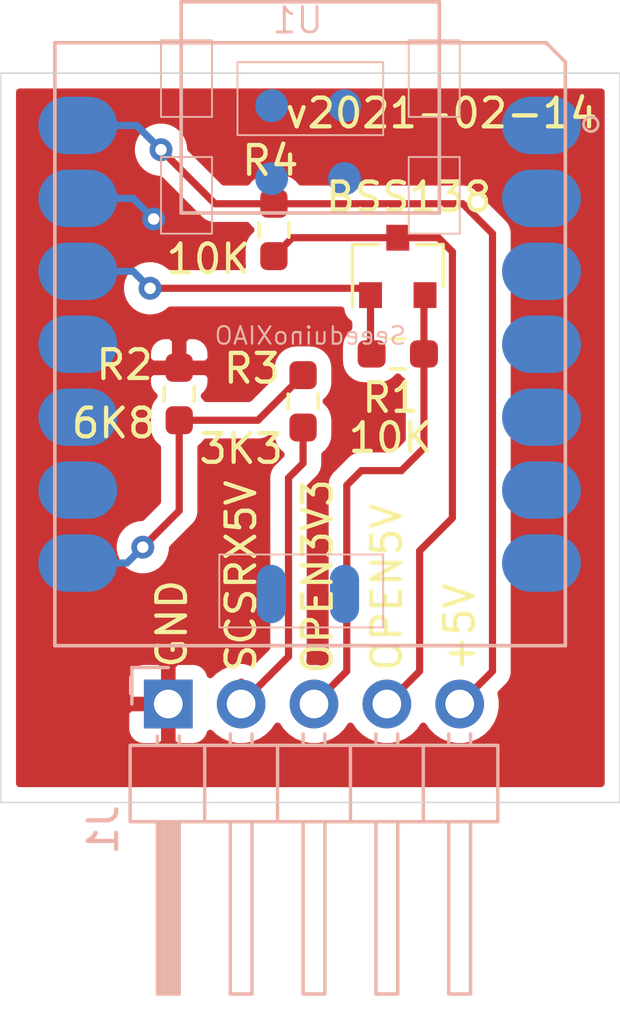
<source format=kicad_pcb>
(kicad_pcb (version 20171130) (host pcbnew 5.1.9)
  (layers (0 F.Cu signal) (31 B.Cu signal) (34 B.Paste user) (35 F.Paste user) (36 B.SilkS user) (37 F.SilkS user) (38 B.Mask user) (39 F.Mask user) (44 Edge.Cuts user))
  (net 0 "")
  (net 1 /BTICINO_DOOROPEN)
  (net 2 /DOOROPEN)
  (net 3 +3V3)
  (net 4 "Net-(U1-Pad20)")
  (net 5 "Net-(U1-Pad19)")
  (net 6 "Net-(U1-Pad18)")
  (net 7 "Net-(U1-Pad17)")
  (net 8 GND)
  (net 9 +5V)
  (net 10 "Net-(U1-Pad1)")
  (net 11 "Net-(U1-Pad2)")
  (net 12 "Net-(U1-Pad3)")
  (net 13 "Net-(U1-Pad4)")
  (net 14 "Net-(U1-Pad5)")
  (net 15 "Net-(U1-Pad6)")
  (net 16 "Net-(U1-Pad7)")
  (net 17 /SCSRX_3V3)
  (net 18 /SCSRX_UART)
  (net 19 "Net-(U1-Pad10)")
  (net 20 "Net-(U1-Pad11)")
  (net 21 /BTICINO_SCSRX_5V)
  (net 22 "Net-(U1-Pad15)")
  (net 23 "Net-(U1-Pad16)")
  (module Connector_PinHeader_2.54mm:PinHeader_1x05_P2.54mm_Horizontal (layer B.Cu) (at 150.622 81.661 270)
    (fp_text reference J1 (at 4.385 2.27 90) (layer B.SilkS) (effects (justify mirror)))
    (fp_text value Conn_01x05_Male)
    (fp_line (start 1.44 1.33) (end 1.44 -11.49) (layer B.SilkS) (width 0.12))
    (fp_line (start 1.44 -11.49) (end 4.1 -11.49) (layer B.SilkS) (width 0.12))
    (fp_line (start 4.1 -11.49) (end 4.1 1.33) (layer B.SilkS) (width 0.12))
    (fp_line (start 4.1 1.33) (end 1.44 1.33) (layer B.SilkS) (width 0.12))
    (fp_line (start 4.1 0.38) (end 10.1 0.38) (layer B.SilkS) (width 0.12))
    (fp_line (start 10.1 0.38) (end 10.1 -0.38) (layer B.SilkS) (width 0.12))
    (fp_line (start 10.1 -0.38) (end 4.1 -0.38) (layer B.SilkS) (width 0.12))
    (fp_line (start 4.1 0.32) (end 10.1 0.32) (layer B.SilkS) (width 0.12))
    (fp_line (start 4.1 0.2) (end 10.1 0.2) (layer B.SilkS) (width 0.12))
    (fp_line (start 4.1 0.08) (end 10.1 0.08) (layer B.SilkS) (width 0.12))
    (fp_line (start 4.1 -0.04) (end 10.1 -0.04) (layer B.SilkS) (width 0.12))
    (fp_line (start 4.1 -0.16) (end 10.1 -0.16) (layer B.SilkS) (width 0.12))
    (fp_line (start 4.1 -0.28) (end 10.1 -0.28) (layer B.SilkS) (width 0.12))
    (fp_line (start 1.11 0.38) (end 1.44 0.38) (layer B.SilkS) (width 0.12))
    (fp_line (start 1.11 -0.38) (end 1.44 -0.38) (layer B.SilkS) (width 0.12))
    (fp_line (start 1.44 -1.27) (end 4.1 -1.27) (layer B.SilkS) (width 0.12))
    (fp_line (start 4.1 -2.16) (end 10.1 -2.16) (layer B.SilkS) (width 0.12))
    (fp_line (start 10.1 -2.16) (end 10.1 -2.92) (layer B.SilkS) (width 0.12))
    (fp_line (start 10.1 -2.92) (end 4.1 -2.92) (layer B.SilkS) (width 0.12))
    (fp_line (start 1.042929 -2.16) (end 1.44 -2.16) (layer B.SilkS) (width 0.12))
    (fp_line (start 1.042929 -2.92) (end 1.44 -2.92) (layer B.SilkS) (width 0.12))
    (fp_line (start 1.44 -3.81) (end 4.1 -3.81) (layer B.SilkS) (width 0.12))
    (fp_line (start 4.1 -4.7) (end 10.1 -4.7) (layer B.SilkS) (width 0.12))
    (fp_line (start 10.1 -4.7) (end 10.1 -5.46) (layer B.SilkS) (width 0.12))
    (fp_line (start 10.1 -5.46) (end 4.1 -5.46) (layer B.SilkS) (width 0.12))
    (fp_line (start 1.042929 -4.7) (end 1.44 -4.7) (layer B.SilkS) (width 0.12))
    (fp_line (start 1.042929 -5.46) (end 1.44 -5.46) (layer B.SilkS) (width 0.12))
    (fp_line (start 1.44 -6.35) (end 4.1 -6.35) (layer B.SilkS) (width 0.12))
    (fp_line (start 4.1 -7.24) (end 10.1 -7.24) (layer B.SilkS) (width 0.12))
    (fp_line (start 10.1 -7.24) (end 10.1 -8) (layer B.SilkS) (width 0.12))
    (fp_line (start 10.1 -8) (end 4.1 -8) (layer B.SilkS) (width 0.12))
    (fp_line (start 1.042929 -7.24) (end 1.44 -7.24) (layer B.SilkS) (width 0.12))
    (fp_line (start 1.042929 -8) (end 1.44 -8) (layer B.SilkS) (width 0.12))
    (fp_line (start 1.44 -8.89) (end 4.1 -8.89) (layer B.SilkS) (width 0.12))
    (fp_line (start 4.1 -9.78) (end 10.1 -9.78) (layer B.SilkS) (width 0.12))
    (fp_line (start 10.1 -9.78) (end 10.1 -10.54) (layer B.SilkS) (width 0.12))
    (fp_line (start 10.1 -10.54) (end 4.1 -10.54) (layer B.SilkS) (width 0.12))
    (fp_line (start 1.042929 -9.78) (end 1.44 -9.78) (layer B.SilkS) (width 0.12))
    (fp_line (start 1.042929 -10.54) (end 1.44 -10.54) (layer B.SilkS) (width 0.12))
    (fp_line (start -1.27 0) (end -1.27 1.27) (layer B.SilkS) (width 0.12))
    (fp_line (start -1.27 1.27) (end 0 1.27) (layer B.SilkS) (width 0.12))
    (pad 5 thru_hole oval (at 0 -10.16 270) (size 1.7 1.7) (drill 1) (layers *.Cu *.Mask) (net 9 +5V))
    (pad 4 thru_hole oval (at 0 -7.62 270) (size 1.7 1.7) (drill 1) (layers *.Cu *.Mask) (net 1 /BTICINO_DOOROPEN))
    (pad 3 thru_hole oval (at 0 -5.08 270) (size 1.7 1.7) (drill 1) (layers *.Cu *.Mask) (net 2 /DOOROPEN))
    (pad 2 thru_hole oval (at 0 -2.54 270) (size 1.7 1.7) (drill 1) (layers *.Cu *.Mask) (net 21 /BTICINO_SCSRX_5V))
    (pad 1 thru_hole rect (at 0 0 270) (size 1.7 1.7) (drill 1) (layers *.Cu *.Mask) (net 8 GND))
  )
  (module "xiao:Seeeduino XIAO-MOUDLE14P-2.54-21X17.8MM" (layer B.Cu) (at 164.465 79.629 180)
    (fp_text reference U1 (at 9.3345 21.7805) (layer B.SilkS) (effects (font (size 0.889 0.889) (thickness 0.1016)) (justify mirror)))
    (fp_text value SeeeduinoXIAO (at 8.89 10.795) (layer B.SilkS) (effects (font (size 0.6096 0.6096) (thickness 0.0762)) (justify mirror)))
    (fp_circle (center -0.889 18.161) (end -0.889 18.415) (layer B.SilkS) (width 0.1))
    (fp_line (start 4.3942 15.06982) (end 4.3942 22.42312) (layer B.SilkS) (width 0.127))
    (fp_line (start 13.39342 15.06982) (end 4.3942 15.06982) (layer B.SilkS) (width 0.127))
    (fp_line (start 13.39342 22.42312) (end 13.39342 15.06982) (layer B.SilkS) (width 0.127))
    (fp_line (start 4.39928 22.42312) (end 13.39342 22.42312) (layer B.SilkS) (width 0.127))
    (fp_line (start 0 20.32762) (end 0 0) (layer B.SilkS) (width 0.127))
    (fp_line (start 0.67056 20.99818) (end 0 20.32762) (layer B.SilkS) (width 0.127))
    (fp_line (start 17.79778 20.99818) (end 0.67056 20.99818) (layer B.SilkS) (width 0.127))
    (fp_line (start 17.79778 0) (end 17.79778 20.99818) (layer B.SilkS) (width 0.127))
    (fp_line (start 0 0) (end 17.79778 0) (layer B.SilkS) (width 0.127))
    (fp_line (start 12.319 18.415) (end 12.319 21.082) (layer B.SilkS) (width 0.06604))
    (fp_line (start 12.319 21.082) (end 14.097 21.082) (layer B.SilkS) (width 0.06604))
    (fp_line (start 14.097 18.415) (end 14.097 21.082) (layer B.SilkS) (width 0.06604))
    (fp_line (start 12.319 18.415) (end 14.097 18.415) (layer B.SilkS) (width 0.06604))
    (fp_line (start 12.319 14.34846) (end 12.319 17.018) (layer B.SilkS) (width 0.06604))
    (fp_line (start 12.319 17.018) (end 14.097 17.018) (layer B.SilkS) (width 0.06604))
    (fp_line (start 14.097 14.34846) (end 14.097 17.018) (layer B.SilkS) (width 0.06604))
    (fp_line (start 12.319 14.34846) (end 14.097 14.34846) (layer B.SilkS) (width 0.06604))
    (fp_line (start 3.683 14.34846) (end 3.683 17.018) (layer B.SilkS) (width 0.06604))
    (fp_line (start 3.683 17.018) (end 5.461 17.018) (layer B.SilkS) (width 0.06604))
    (fp_line (start 5.461 14.34846) (end 5.461 17.018) (layer B.SilkS) (width 0.06604))
    (fp_line (start 3.683 14.34846) (end 5.461 14.34846) (layer B.SilkS) (width 0.06604))
    (fp_line (start 3.683 18.415) (end 3.683 21.082) (layer B.SilkS) (width 0.06604))
    (fp_line (start 3.683 21.082) (end 5.461 21.082) (layer B.SilkS) (width 0.06604))
    (fp_line (start 5.461 18.415) (end 5.461 21.082) (layer B.SilkS) (width 0.06604))
    (fp_line (start 3.683 18.415) (end 5.461 18.415) (layer B.SilkS) (width 0.06604))
    (fp_line (start 6.35 0.635) (end 6.35 3.175) (layer B.SilkS) (width 0.06604))
    (fp_line (start 6.35 3.175) (end 12.065 3.175) (layer B.SilkS) (width 0.06604))
    (fp_line (start 12.065 0.635) (end 12.065 3.175) (layer B.SilkS) (width 0.06604))
    (fp_line (start 6.35 0.635) (end 12.065 0.635) (layer B.SilkS) (width 0.06604))
    (fp_line (start 6.35 17.78) (end 6.35 20.32) (layer B.SilkS) (width 0.06604))
    (fp_line (start 6.35 20.32) (end 11.43 20.32) (layer B.SilkS) (width 0.06604))
    (fp_line (start 11.43 17.78) (end 11.43 20.32) (layer B.SilkS) (width 0.06604))
    (fp_line (start 6.35 17.78) (end 11.43 17.78) (layer B.SilkS) (width 0.06604))
    (pad 20 smd circle (at 10.238803 16.264187 90) (size 1.143 1.143) (layers B.Cu B.Paste B.Mask) (net 4 "Net-(U1-Pad20)"))
    (pad 19 smd circle (at 7.698803 16.264187 90) (size 1.143 1.143) (layers B.Cu B.Paste B.Mask) (net 5 "Net-(U1-Pad19)"))
    (pad 18 smd circle (at 10.238803 18.804187 90) (size 1.143 1.143) (layers B.Cu B.Paste B.Mask) (net 6 "Net-(U1-Pad18)"))
    (pad 17 smd circle (at 7.698803 18.804187 90) (size 1.143 1.143) (layers B.Cu B.Paste B.Mask) (net 7 "Net-(U1-Pad17)"))
    (pad 16 smd oval (at 10.25 1.8 90) (size 2.032 1.016) (layers B.Cu B.Paste B.Mask) (net 23 "Net-(U1-Pad16)"))
    (pad 15 smd oval (at 7.7 1.8 90) (size 2.032 1.016) (layers B.Cu B.Paste B.Mask) (net 22 "Net-(U1-Pad15)"))
    (pad 1 smd oval (at 0.83312 18.11782 180) (size 2.74828 1.99898) (layers B.Cu B.Paste B.Mask) (net 10 "Net-(U1-Pad1)"))
    (pad 2 smd oval (at 0.83312 15.57782 180) (size 2.74828 1.99898) (layers B.Cu B.Paste B.Mask) (net 11 "Net-(U1-Pad2)"))
    (pad 3 smd oval (at 0.83312 13.03782 180) (size 2.74828 1.99898) (layers B.Cu B.Paste B.Mask) (net 12 "Net-(U1-Pad3)"))
    (pad 4 smd oval (at 0.83312 10.49782 180) (size 2.74828 1.99898) (layers B.Cu B.Paste B.Mask) (net 13 "Net-(U1-Pad4)"))
    (pad 5 smd oval (at 0.83312 7.95782 180) (size 2.74828 1.99898) (layers B.Cu B.Paste B.Mask) (net 14 "Net-(U1-Pad5)"))
    (pad 6 smd oval (at 0.83312 5.41782 180) (size 2.74828 1.99898) (layers B.Cu B.Paste B.Mask) (net 15 "Net-(U1-Pad6)"))
    (pad 7 smd oval (at 0.83312 2.87782 180) (size 2.74828 1.99898) (layers B.Cu B.Paste B.Mask) (net 16 "Net-(U1-Pad7)"))
    (pad 8 smd oval (at 16.99768 2.87782 180) (size 2.74828 1.99898) (layers B.Cu B.Paste B.Mask) (net 17 /SCSRX_3V3))
    (pad 9 smd oval (at 16.99768 5.41782 180) (size 2.74828 1.99898) (layers B.Cu B.Paste B.Mask) (net 18 /SCSRX_UART))
    (pad 10 smd oval (at 16.99768 7.95782 180) (size 2.74828 1.99898) (layers B.Cu B.Paste B.Mask) (net 19 "Net-(U1-Pad10)"))
    (pad 11 smd oval (at 16.99768 10.49782 180) (size 2.74828 1.99898) (layers B.Cu B.Paste B.Mask) (net 20 "Net-(U1-Pad11)"))
    (pad 12 smd oval (at 16.99768 13.03782 180) (size 2.74828 1.99898) (layers B.Cu B.Paste B.Mask) (net 3 +3V3))
    (pad 13 smd oval (at 16.99768 15.57782 180) (size 2.74828 1.99898) (layers B.Cu B.Paste B.Mask) (net 8 GND))
    (pad 14 smd oval (at 16.99768 18.11782 180) (size 2.74828 1.99898) (layers B.Cu B.Paste B.Mask) (net 9 +5V))
  )
  (module Resistor_SMD:R_0603_1608Metric_Pad0.98x0.95mm_HandSolder (layer F.Cu) (at 154.305 65.151 270)
    (fp_text reference R4 (at -2.413 0.127 180) (layer F.SilkS))
    (fp_text value 10K (at 1.016 2.286 180) (layer F.SilkS))
    (fp_line (start -0.254724 -0.5225) (end 0.254724 -0.5225) (layer F.SilkS) (width 0.12))
    (fp_line (start -0.254724 0.5225) (end 0.254724 0.5225) (layer F.SilkS) (width 0.12))
    (pad 2 smd roundrect (at 0.9125 0 270) (size 0.975 0.95) (layers F.Cu F.Paste F.Mask) (net 1 /BTICINO_DOOROPEN))
    (pad 1 smd roundrect (at -0.9125 0 270) (size 0.975 0.95) (layers F.Cu F.Paste F.Mask) (net 9 +5V))
  )
  (module Resistor_SMD:R_0603_1608Metric_Pad0.98x0.95mm_HandSolder (layer F.Cu) (at 155.321 71.12 90)
    (fp_text reference R3 (at 1.143 -1.778 180) (layer F.SilkS))
    (fp_text value 3K3 (at -1.651 -2.159 180) (layer F.SilkS))
    (fp_line (start -0.254724 -0.5225) (end 0.254724 -0.5225) (layer F.SilkS) (width 0.12))
    (fp_line (start -0.254724 0.5225) (end 0.254724 0.5225) (layer F.SilkS) (width 0.12))
    (pad 2 smd roundrect (at 0.9125 0 90) (size 0.975 0.95) (layers F.Cu F.Paste F.Mask) (net 17 /SCSRX_3V3))
    (pad 1 smd roundrect (at -0.9125 0 90) (size 0.975 0.95) (layers F.Cu F.Paste F.Mask) (net 21 /BTICINO_SCSRX_5V))
  )
  (module Resistor_SMD:R_0603_1608Metric_Pad0.98x0.95mm_HandSolder (layer F.Cu) (at 151.003 70.866 90)
    (fp_text reference R2 (at 1.016 -1.905 180) (layer F.SilkS))
    (fp_text value 6K8 (at -1.016 -2.286 180) (layer F.SilkS))
    (fp_line (start -0.254724 0.5225) (end 0.254724 0.5225) (layer F.SilkS) (width 0.12))
    (fp_line (start -0.254724 -0.5225) (end 0.254724 -0.5225) (layer F.SilkS) (width 0.12))
    (pad 1 smd roundrect (at -0.9125 0 90) (size 0.975 0.95) (layers F.Cu F.Paste F.Mask) (net 17 /SCSRX_3V3))
    (pad 2 smd roundrect (at 0.9125 0 90) (size 0.975 0.95) (layers F.Cu F.Paste F.Mask) (net 8 GND))
  )
  (module Resistor_SMD:R_0603_1608Metric_Pad0.98x0.95mm_HandSolder (layer F.Cu) (at 158.623 69.469)
    (fp_text reference R1 (at -0.254 1.524) (layer F.SilkS))
    (fp_text value 10K (at -0.254 2.921) (layer F.SilkS))
    (fp_line (start -0.254724 -0.5225) (end 0.254724 -0.5225) (layer F.SilkS) (width 0.12))
    (fp_line (start -0.254724 0.5225) (end 0.254724 0.5225) (layer F.SilkS) (width 0.12))
    (pad 2 smd roundrect (at 0.9125 0) (size 0.975 0.95) (layers F.Cu F.Paste F.Mask) (net 2 /DOOROPEN))
    (pad 1 smd roundrect (at -0.9125 0) (size 0.975 0.95) (layers F.Cu F.Paste F.Mask) (net 3 +3V3))
  )
  (module Package_TO_SOT_SMD:SOT-23 (layer F.Cu) (at 158.623 66.421 90)
    (fp_text reference Q1 hide)
    (fp_text value BSS138 (at 2.413 0.381 180) (layer F.SilkS))
    (fp_line (start 0.76 1.58) (end 0.76 0.65) (layer F.SilkS) (width 0.12))
    (fp_line (start 0.76 -1.58) (end 0.76 -0.65) (layer F.SilkS) (width 0.12))
    (fp_line (start 0.76 -1.58) (end -1.4 -1.58) (layer F.SilkS) (width 0.12))
    (fp_line (start 0.76 1.58) (end -0.7 1.58) (layer F.SilkS) (width 0.12))
    (pad 3 smd rect (at 1 0 90) (size 0.9 0.8) (layers F.Cu F.Paste F.Mask) (net 1 /BTICINO_DOOROPEN))
    (pad 2 smd rect (at -1 0.95 90) (size 0.9 0.8) (layers F.Cu F.Paste F.Mask) (net 2 /DOOROPEN))
    (pad 1 smd rect (at -1 -0.95 90) (size 0.9 0.8) (layers F.Cu F.Paste F.Mask) (net 3 +3V3))
  )
  (gr_text v2021-02-14 (at 160.147 61.087) (layer F.SilkS) (effects (font (size 1 1))))
  (gr_text OPEN3V3 (at 155.829 77.216 90) (layer F.SilkS) (effects (font (size 1 1))))
  (gr_text OPEN5V (at 158.242 77.597 90) (layer F.SilkS) (effects (font (size 1 1))))
  (gr_text SCSRX5V (at 153.162 77.216 90) (layer F.SilkS) (effects (font (size 1 1))))
  (gr_text GND (at 150.749 78.867 90) (layer F.SilkS) (effects (font (size 1 1))))
  (gr_text +5V (at 160.782 78.994 90) (layer F.SilkS) (effects (font (size 1 1))))
  (gr_line (start 144.78 62.23) (end 144.78 59.69) (layer Edge.Cuts) (width 0.05))
  (gr_line (start 166.37 62.23) (end 166.37 59.69) (layer Edge.Cuts) (width 0.05))
  (gr_line (start 144.78 85.09) (end 144.78 82.55) (layer Edge.Cuts) (width 0.05))
  (gr_line (start 166.37 85.09) (end 166.37 82.55) (layer Edge.Cuts) (width 0.05))
  (gr_line (start 166.37 59.69) (end 144.78 59.69) (layer Edge.Cuts) (width 0.05))
  (gr_line (start 166.37 82.55) (end 166.37 62.23) (layer Edge.Cuts) (width 0.05))
  (gr_line (start 144.78 85.09) (end 166.37 85.09) (layer Edge.Cuts) (width 0.05))
  (gr_line (start 144.78 62.23) (end 144.78 82.55) (layer Edge.Cuts) (width 0.05))
  (segment (start 154.9475 65.421) (end 154.305 66.0635) (width 0.25) (layer F.Cu) (net 1))
  (segment (start 158.623 65.421) (end 154.9475 65.421) (width 0.25) (layer F.Cu) (net 1))
  (segment (start 159.385 80.518) (end 158.242 81.661) (width 0.25) (layer F.Cu) (net 1))
  (segment (start 160.528 75.184) (end 159.385 76.327) (width 0.25) (layer F.Cu) (net 1))
  (segment (start 160.528 65.913) (end 160.528 75.184) (width 0.25) (layer F.Cu) (net 1))
  (segment (start 160.036 65.421) (end 160.528 65.913) (width 0.25) (layer F.Cu) (net 1))
  (segment (start 159.385 76.327) (end 159.385 80.518) (width 0.25) (layer F.Cu) (net 1))
  (segment (start 158.623 65.421) (end 160.036 65.421) (width 0.25) (layer F.Cu) (net 1))
  (segment (start 159.5355 67.4585) (end 159.573 67.421) (width 0.25) (layer F.Cu) (net 2))
  (segment (start 159.5355 69.469) (end 159.5355 67.4585) (width 0.25) (layer F.Cu) (net 2))
  (segment (start 159.5355 69.469) (end 159.5355 72.7475) (width 0.25) (layer F.Cu) (net 2))
  (segment (start 159.5355 72.7475) (end 158.75 73.533) (width 0.25) (layer F.Cu) (net 2))
  (segment (start 158.75 73.533) (end 157.353 73.533) (width 0.25) (layer F.Cu) (net 2))
  (segment (start 157.353 73.533) (end 156.845 74.041) (width 0.25) (layer F.Cu) (net 2))
  (segment (start 156.845 80.518) (end 155.702 81.661) (width 0.25) (layer F.Cu) (net 2))
  (segment (start 156.845 74.041) (end 156.845 80.518) (width 0.25) (layer F.Cu) (net 2))
  (segment (start 147.46732 66.59118) (end 149.39518 66.59118) (width 0.25) (layer B.Cu) (net 3))
  (via (at 149.987 67.183) (size 0.8) (drill 0.4) (layers F.Cu B.Cu) (net 3))
  (segment (start 149.39518 66.59118) (end 149.987 67.183) (width 0.25) (layer B.Cu) (net 3))
  (segment (start 157.435 67.183) (end 157.673 67.421) (width 0.25) (layer F.Cu) (net 3))
  (segment (start 149.987 67.183) (end 157.435 67.183) (width 0.25) (layer F.Cu) (net 3))
  (segment (start 157.673 69.4315) (end 157.7105 69.469) (width 0.25) (layer F.Cu) (net 3))
  (segment (start 157.673 67.421) (end 157.673 69.4315) (width 0.25) (layer F.Cu) (net 3))
  (segment (start 147.46732 64.05118) (end 149.39518 64.05118) (width 0.25) (layer B.Cu) (net 8))
  (via (at 150.114 64.77) (size 0.8) (drill 0.4) (layers F.Cu B.Cu) (net 8))
  (segment (start 149.39518 64.05118) (end 150.114 64.77) (width 0.25) (layer B.Cu) (net 8))
  (segment (start 147.46732 61.51118) (end 149.52218 61.51118) (width 0.25) (layer B.Cu) (net 9))
  (via (at 150.368 62.357) (size 0.8) (drill 0.4) (layers F.Cu B.Cu) (net 9))
  (segment (start 149.52218 61.51118) (end 150.368 62.357) (width 0.25) (layer B.Cu) (net 9))
  (segment (start 150.368 62.357) (end 152.2495 64.2385) (width 0.25) (layer F.Cu) (net 9))
  (segment (start 152.2495 64.2385) (end 154.305 64.2385) (width 0.25) (layer F.Cu) (net 9))
  (segment (start 154.305 64.2385) (end 160.8855 64.2385) (width 0.25) (layer F.Cu) (net 9))
  (segment (start 160.8855 64.2385) (end 161.925 65.278) (width 0.25) (layer F.Cu) (net 9))
  (segment (start 161.925 80.518) (end 160.782 81.661) (width 0.25) (layer F.Cu) (net 9))
  (segment (start 161.925 65.278) (end 161.925 80.518) (width 0.25) (layer F.Cu) (net 9))
  (segment (start 147.46732 76.75118) (end 149.18182 76.75118) (width 0.25) (layer B.Cu) (net 17))
  (via (at 149.733 76.2) (size 0.8) (drill 0.4) (layers F.Cu B.Cu) (net 17))
  (segment (start 149.18182 76.75118) (end 149.733 76.2) (width 0.25) (layer B.Cu) (net 17))
  (segment (start 151.003 74.93) (end 151.003 71.7785) (width 0.25) (layer F.Cu) (net 17))
  (segment (start 149.733 76.2) (end 151.003 74.93) (width 0.25) (layer F.Cu) (net 17))
  (segment (start 153.75 71.7785) (end 155.321 70.2075) (width 0.25) (layer F.Cu) (net 17))
  (segment (start 151.003 71.7785) (end 153.75 71.7785) (width 0.25) (layer F.Cu) (net 17))
  (segment (start 153.162 81.661) (end 153.162 80.899) (width 0.25) (layer F.Cu) (net 21))
  (segment (start 153.162 81.661) (end 154.432 80.391) (width 0.25) (layer F.Cu) (net 21))
  (segment (start 155.321 73.279) (end 155.321 72.0325) (width 0.25) (layer F.Cu) (net 21))
  (segment (start 154.813 73.787) (end 155.321 73.279) (width 0.25) (layer F.Cu) (net 21))
  (segment (start 154.813 80.01) (end 154.432 80.391) (width 0.25) (layer F.Cu) (net 21))
  (segment (start 154.813 73.787) (end 154.813 80.01) (width 0.25) (layer F.Cu) (net 21))
  (zone (net 8) (net_name GND) (layer F.Cu) (connect_pads (clearance 0.508)) (min_thickness 0.254) (fill yes (arc_segments 32) (thermal_gap 0.508) (thermal_bridge_width 0.508))
    (polygon (pts (xy 166.37 85.09) (xy 144.78 85.09) (xy 144.78 59.69) (xy 166.37 59.69)))
  )
)
</source>
